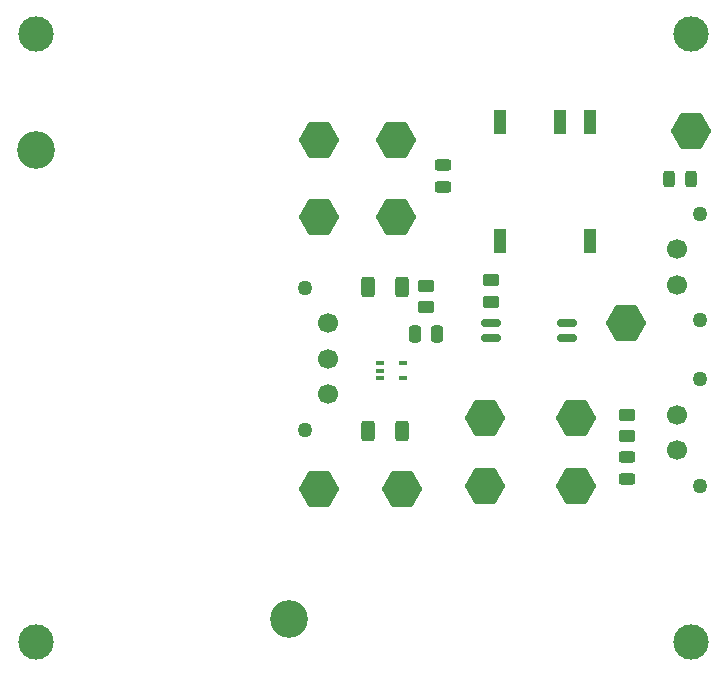
<source format=gts>
%TF.GenerationSoftware,KiCad,Pcbnew,8.0.5*%
%TF.CreationDate,2024-11-25T00:57:53-06:00*%
%TF.ProjectId,ActivePrecharge,41637469-7665-4507-9265-636861726765,rev?*%
%TF.SameCoordinates,Original*%
%TF.FileFunction,Soldermask,Top*%
%TF.FilePolarity,Negative*%
%FSLAX46Y46*%
G04 Gerber Fmt 4.6, Leading zero omitted, Abs format (unit mm)*
G04 Created by KiCad (PCBNEW 8.0.5) date 2024-11-25 00:57:53*
%MOMM*%
%LPD*%
G01*
G04 APERTURE LIST*
G04 Aperture macros list*
%AMRoundRect*
0 Rectangle with rounded corners*
0 $1 Rounding radius*
0 $2 $3 $4 $5 $6 $7 $8 $9 X,Y pos of 4 corners*
0 Add a 4 corners polygon primitive as box body*
4,1,4,$2,$3,$4,$5,$6,$7,$8,$9,$2,$3,0*
0 Add four circle primitives for the rounded corners*
1,1,$1+$1,$2,$3*
1,1,$1+$1,$4,$5*
1,1,$1+$1,$6,$7*
1,1,$1+$1,$8,$9*
0 Add four rect primitives between the rounded corners*
20,1,$1+$1,$2,$3,$4,$5,0*
20,1,$1+$1,$4,$5,$6,$7,0*
20,1,$1+$1,$6,$7,$8,$9,0*
20,1,$1+$1,$8,$9,$2,$3,0*%
%AMFreePoly0*
4,1,7,1.500000,0.866025,1.500000,-0.866025,0.000000,-1.732051,-1.500000,-0.866025,-1.500000,0.866025,0.000000,1.732051,1.500000,0.866025,1.500000,0.866025,$1*%
G04 Aperture macros list end*
%ADD10RoundRect,0.250000X0.250000X0.475000X-0.250000X0.475000X-0.250000X-0.475000X0.250000X-0.475000X0*%
%ADD11FreePoly0,90.000000*%
%ADD12RoundRect,0.243750X0.456250X-0.243750X0.456250X0.243750X-0.456250X0.243750X-0.456250X-0.243750X0*%
%ADD13RoundRect,0.250000X-0.312500X-0.625000X0.312500X-0.625000X0.312500X0.625000X-0.312500X0.625000X0*%
%ADD14RoundRect,0.250000X0.312500X0.625000X-0.312500X0.625000X-0.312500X-0.625000X0.312500X-0.625000X0*%
%ADD15C,1.270000*%
%ADD16C,1.700000*%
%ADD17RoundRect,0.250000X0.450000X-0.262500X0.450000X0.262500X-0.450000X0.262500X-0.450000X-0.262500X0*%
%ADD18RoundRect,0.150000X-0.662500X-0.150000X0.662500X-0.150000X0.662500X0.150000X-0.662500X0.150000X0*%
%ADD19C,3.000000*%
%ADD20C,3.200000*%
%ADD21RoundRect,0.243750X0.243750X0.456250X-0.243750X0.456250X-0.243750X-0.456250X0.243750X-0.456250X0*%
%ADD22R,1.000000X2.100000*%
%ADD23RoundRect,0.100000X-0.225000X-0.100000X0.225000X-0.100000X0.225000X0.100000X-0.225000X0.100000X0*%
G04 APERTURE END LIST*
D10*
%TO.C,C5*%
X117550000Y-97900000D03*
X119450000Y-97900000D03*
%TD*%
D11*
%TO.C,SigLV_TP1*%
X131250000Y-105000000D03*
%TD*%
%TO.C,SigHV_TP1*%
X123500000Y-110750000D03*
%TD*%
%TO.C,Ref_TP1*%
X116000000Y-88000000D03*
%TD*%
%TO.C,OptVf_TP1*%
X123500000Y-105000000D03*
%TD*%
%TO.C,LVGND_TP1*%
X141000000Y-80750000D03*
%TD*%
%TO.C,ISO_PWR_TP1*%
X116000000Y-81500000D03*
%TD*%
%TO.C,IN_TP1*%
X116500000Y-111000000D03*
%TD*%
%TO.C,HVR_TP1*%
X109500000Y-88000000D03*
%TD*%
%TO.C,HVI_TP1*%
X109500000Y-111000000D03*
%TD*%
%TO.C,HVG_TP1*%
X109500000Y-81500000D03*
%TD*%
%TO.C,Con-_TP1*%
X131250000Y-110750000D03*
%TD*%
%TO.C,12V_TP1*%
X135450000Y-97000000D03*
%TD*%
D12*
%TO.C,HV1*%
X120000000Y-85437500D03*
X120000000Y-83562500D03*
%TD*%
D13*
%TO.C,R1*%
X113575000Y-93887500D03*
X116500000Y-93887500D03*
%TD*%
D14*
%TO.C,R3*%
X116500000Y-106112500D03*
X113575000Y-106112500D03*
%TD*%
D15*
%TO.C,J3*%
X141760000Y-101750000D03*
X141760000Y-110750000D03*
D16*
X139800000Y-104750000D03*
X139800000Y-107750000D03*
%TD*%
D17*
%TO.C,R8*%
X124060000Y-95162500D03*
X124060000Y-93337500D03*
%TD*%
D18*
%TO.C,U4*%
X124062500Y-96965000D03*
X124062500Y-98235000D03*
X130437500Y-98235000D03*
X130437500Y-96965000D03*
%TD*%
D19*
%TO.C,H3*%
X85520000Y-124000000D03*
%TD*%
D20*
%TO.C,RH2*%
X106960000Y-122010000D03*
%TD*%
D17*
%TO.C,R5*%
X118500000Y-95662500D03*
X118500000Y-93837500D03*
%TD*%
D21*
%TO.C,LV1*%
X140937500Y-84750000D03*
X139062500Y-84750000D03*
%TD*%
D19*
%TO.C,H2*%
X141000000Y-124000000D03*
%TD*%
D12*
%TO.C,Con1*%
X135550000Y-110187500D03*
X135550000Y-108312500D03*
%TD*%
D22*
%TO.C,IC1*%
X132370000Y-79950000D03*
X129830000Y-79950000D03*
X124750000Y-79950000D03*
X124750000Y-90050000D03*
X132370000Y-90050000D03*
%TD*%
D17*
%TO.C,R12*%
X135550000Y-106562500D03*
X135550000Y-104737500D03*
%TD*%
D20*
%TO.C,RH1*%
X85520000Y-82340000D03*
%TD*%
D19*
%TO.C,H4*%
X85520000Y-72500000D03*
%TD*%
D23*
%TO.C,U3*%
X114637500Y-100362500D03*
X114637500Y-101012500D03*
X114637500Y-101662500D03*
X116537500Y-101662500D03*
X116537500Y-100362500D03*
%TD*%
D19*
%TO.C,H1*%
X141000000Y-72500000D03*
%TD*%
D15*
%TO.C,J1*%
X108307500Y-106012500D03*
X108307500Y-94012500D03*
D16*
X110267500Y-103012500D03*
X110267500Y-100012500D03*
X110267500Y-97012500D03*
%TD*%
D15*
%TO.C,J2*%
X141760000Y-87750000D03*
X141760000Y-96750000D03*
D16*
X139800000Y-90750000D03*
X139800000Y-93750000D03*
%TD*%
M02*

</source>
